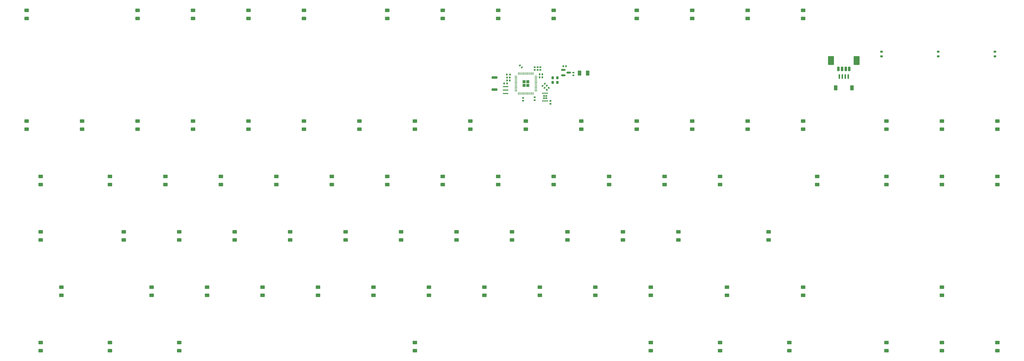
<source format=gbr>
%TF.GenerationSoftware,KiCad,Pcbnew,8.0.4*%
%TF.CreationDate,2024-08-25T19:59:21+07:00*%
%TF.ProjectId,NCR80 ALPS SKFL,4e435238-3020-4414-9c50-5320534b464c,rev?*%
%TF.SameCoordinates,Original*%
%TF.FileFunction,Paste,Bot*%
%TF.FilePolarity,Positive*%
%FSLAX46Y46*%
G04 Gerber Fmt 4.6, Leading zero omitted, Abs format (unit mm)*
G04 Created by KiCad (PCBNEW 8.0.4) date 2024-08-25 19:59:21*
%MOMM*%
%LPD*%
G01*
G04 APERTURE LIST*
G04 Aperture macros list*
%AMRoundRect*
0 Rectangle with rounded corners*
0 $1 Rounding radius*
0 $2 $3 $4 $5 $6 $7 $8 $9 X,Y pos of 4 corners*
0 Add a 4 corners polygon primitive as box body*
4,1,4,$2,$3,$4,$5,$6,$7,$8,$9,$2,$3,0*
0 Add four circle primitives for the rounded corners*
1,1,$1+$1,$2,$3*
1,1,$1+$1,$4,$5*
1,1,$1+$1,$6,$7*
1,1,$1+$1,$8,$9*
0 Add four rect primitives between the rounded corners*
20,1,$1+$1,$2,$3,$4,$5,0*
20,1,$1+$1,$4,$5,$6,$7,0*
20,1,$1+$1,$6,$7,$8,$9,0*
20,1,$1+$1,$8,$9,$2,$3,0*%
G04 Aperture macros list end*
%ADD10RoundRect,0.140000X0.140000X0.170000X-0.140000X0.170000X-0.140000X-0.170000X0.140000X-0.170000X0*%
%ADD11RoundRect,0.240000X-0.560000X0.360000X-0.560000X-0.360000X0.560000X-0.360000X0.560000X0.360000X0*%
%ADD12R,0.950000X0.800000*%
%ADD13RoundRect,0.140000X-0.219203X-0.021213X-0.021213X-0.219203X0.219203X0.021213X0.021213X0.219203X0*%
%ADD14RoundRect,0.250000X0.292217X-0.292217X0.292217X0.292217X-0.292217X0.292217X-0.292217X-0.292217X0*%
%ADD15RoundRect,0.050000X0.050000X-0.387500X0.050000X0.387500X-0.050000X0.387500X-0.050000X-0.387500X0*%
%ADD16RoundRect,0.050000X0.387500X-0.050000X0.387500X0.050000X-0.387500X0.050000X-0.387500X-0.050000X0*%
%ADD17RoundRect,0.250000X0.375000X0.625000X-0.375000X0.625000X-0.375000X-0.625000X0.375000X-0.625000X0*%
%ADD18RoundRect,0.200000X0.800000X-0.200000X0.800000X0.200000X-0.800000X0.200000X-0.800000X-0.200000X0*%
%ADD19RoundRect,0.140000X0.170000X-0.140000X0.170000X0.140000X-0.170000X0.140000X-0.170000X-0.140000X0*%
%ADD20RoundRect,0.140000X0.219203X0.021213X0.021213X0.219203X-0.219203X-0.021213X-0.021213X-0.219203X0*%
%ADD21RoundRect,0.200000X-0.200000X-0.600000X0.200000X-0.600000X0.200000X0.600000X-0.200000X0.600000X0*%
%ADD22RoundRect,0.250001X-0.799999X-1.249999X0.799999X-1.249999X0.799999X1.249999X-0.799999X1.249999X0*%
%ADD23RoundRect,0.140000X0.180000X-0.140000X0.180000X0.140000X-0.180000X0.140000X-0.180000X-0.140000X0*%
%ADD24RoundRect,0.087500X0.087500X-0.175000X0.087500X0.175000X-0.087500X0.175000X-0.087500X-0.175000X0*%
%ADD25RoundRect,0.140000X-0.170000X0.140000X-0.170000X-0.140000X0.170000X-0.140000X0.170000X0.140000X0*%
%ADD26RoundRect,0.150000X-0.587500X-0.150000X0.587500X-0.150000X0.587500X0.150000X-0.587500X0.150000X0*%
%ADD27RoundRect,0.135000X0.185000X-0.135000X0.185000X0.135000X-0.185000X0.135000X-0.185000X-0.135000X0*%
%ADD28RoundRect,0.140000X-0.140000X-0.170000X0.140000X-0.170000X0.140000X0.170000X-0.140000X0.170000X0*%
%ADD29RoundRect,0.135000X-0.135000X-0.185000X0.135000X-0.185000X0.135000X0.185000X-0.135000X0.185000X0*%
%ADD30RoundRect,0.200000X0.200000X0.275000X-0.200000X0.275000X-0.200000X-0.275000X0.200000X-0.275000X0*%
%ADD31R,1.200000X1.800000*%
%ADD32R,0.600000X1.550000*%
%ADD33R,1.900000X0.400000*%
%ADD34RoundRect,0.140000X-0.021213X0.219203X-0.219203X0.021213X0.021213X-0.219203X0.219203X-0.021213X0*%
G04 APERTURE END LIST*
D10*
%TO.C,C13*%
X184980000Y-37000000D03*
X184020000Y-37000000D03*
%TD*%
D11*
%TO.C,D25*%
X114300000Y-50987500D03*
X114300000Y-53787500D03*
%TD*%
D12*
%TO.C,R2*%
X332103001Y-27090552D03*
X332103001Y-28740552D03*
%TD*%
D11*
%TO.C,D11*%
X180975000Y-12887500D03*
X180975000Y-15687500D03*
%TD*%
%TO.C,D90*%
X314325000Y-127187500D03*
X314325000Y-129987500D03*
%TD*%
%TO.C,D84*%
X47625000Y-127187500D03*
X47625000Y-129987500D03*
%TD*%
%TO.C,D89*%
X280987500Y-127187500D03*
X280987500Y-129987500D03*
%TD*%
D13*
%TO.C,C7*%
X196960589Y-38160589D03*
X197639411Y-38839411D03*
%TD*%
D11*
%TO.C,D52*%
X147637500Y-89087500D03*
X147637500Y-91887500D03*
%TD*%
%TO.C,D49*%
X23812500Y-89087500D03*
X23812500Y-91887500D03*
%TD*%
%TO.C,D13*%
X266700000Y-12887500D03*
X266700000Y-15687500D03*
%TD*%
%TO.C,D19*%
X171450000Y-50987500D03*
X171450000Y-53787500D03*
%TD*%
%TO.C,D34*%
X104775000Y-70037500D03*
X104775000Y-72837500D03*
%TD*%
D14*
%TO.C,U2*%
X189862500Y-38737500D03*
X191137500Y-38737500D03*
X189862500Y-37462500D03*
X191137500Y-37462500D03*
D15*
X193100000Y-41537500D03*
X192700000Y-41537500D03*
X192300000Y-41537500D03*
X191900000Y-41537500D03*
X191500000Y-41537500D03*
X191100000Y-41537500D03*
X190700000Y-41537500D03*
X190300000Y-41537500D03*
X189900000Y-41537500D03*
X189500000Y-41537500D03*
X189100000Y-41537500D03*
X188700000Y-41537500D03*
X188300000Y-41537500D03*
X187900000Y-41537500D03*
D16*
X187062500Y-40700000D03*
X187062500Y-40300000D03*
X187062500Y-39900000D03*
X187062500Y-39500000D03*
X187062500Y-39100000D03*
X187062500Y-38700000D03*
X187062500Y-38300000D03*
X187062500Y-37900000D03*
X187062500Y-37500000D03*
X187062500Y-37100000D03*
X187062500Y-36700000D03*
X187062500Y-36300000D03*
X187062500Y-35900000D03*
X187062500Y-35500000D03*
D15*
X187900000Y-34662500D03*
X188300000Y-34662500D03*
X188700000Y-34662500D03*
X189100000Y-34662500D03*
X189500000Y-34662500D03*
X189900000Y-34662500D03*
X190300000Y-34662500D03*
X190700000Y-34662500D03*
X191100000Y-34662500D03*
X191500000Y-34662500D03*
X191900000Y-34662500D03*
X192300000Y-34662500D03*
X192700000Y-34662500D03*
X193100000Y-34662500D03*
D16*
X193937500Y-35500000D03*
X193937500Y-35900000D03*
X193937500Y-36300000D03*
X193937500Y-36700000D03*
X193937500Y-37100000D03*
X193937500Y-37500000D03*
X193937500Y-37900000D03*
X193937500Y-38300000D03*
X193937500Y-38700000D03*
X193937500Y-39100000D03*
X193937500Y-39500000D03*
X193937500Y-39900000D03*
X193937500Y-40300000D03*
X193937500Y-40700000D03*
%TD*%
D11*
%TO.C,D15*%
X19050000Y-50987500D03*
X19050000Y-53787500D03*
%TD*%
%TO.C,D3*%
X114300000Y-12887500D03*
X114300000Y-15687500D03*
%TD*%
%TO.C,D7*%
X285750000Y-12887500D03*
X285750000Y-15687500D03*
%TD*%
%TO.C,D59*%
X166687500Y-89087500D03*
X166687500Y-91887500D03*
%TD*%
D17*
%TO.C,F1*%
X211700000Y-34500000D03*
X208900000Y-34500000D03*
%TD*%
D11*
%TO.C,D80*%
X152400000Y-127187500D03*
X152400000Y-129987500D03*
%TD*%
%TO.C,D6*%
X247650000Y-12887500D03*
X247650000Y-15687500D03*
%TD*%
%TO.C,D26*%
X152400000Y-50987500D03*
X152400000Y-53787500D03*
%TD*%
%TO.C,D16*%
X57150000Y-50987500D03*
X57150000Y-53787500D03*
%TD*%
%TO.C,D27*%
X190500000Y-50987500D03*
X190500000Y-53787500D03*
%TD*%
%TO.C,D17*%
X95250000Y-50987500D03*
X95250000Y-53787500D03*
%TD*%
D18*
%TO.C,SW2*%
X179700000Y-40200000D03*
X179700000Y-36000000D03*
%TD*%
D11*
%TO.C,D12*%
X228600000Y-12887500D03*
X228600000Y-15687500D03*
%TD*%
%TO.C,D66*%
X138112500Y-108137500D03*
X138112500Y-110937500D03*
%TD*%
%TO.C,D35*%
X142875000Y-70037500D03*
X142875000Y-72837500D03*
%TD*%
D19*
%TO.C,C5*%
X195500000Y-33380000D03*
X195500000Y-32420000D03*
%TD*%
D20*
%TO.C,C11*%
X189139411Y-32539411D03*
X188460589Y-31860589D03*
%TD*%
D11*
%TO.C,D78*%
X23812500Y-127187500D03*
X23812500Y-129987500D03*
%TD*%
%TO.C,D51*%
X109537500Y-89087500D03*
X109537500Y-91887500D03*
%TD*%
%TO.C,D57*%
X90487500Y-89087500D03*
X90487500Y-91887500D03*
%TD*%
%TO.C,D21*%
X247650000Y-50987500D03*
X247650000Y-53787500D03*
%TD*%
%TO.C,D9*%
X95250000Y-12887500D03*
X95250000Y-15687500D03*
%TD*%
%TO.C,D50*%
X71437500Y-89087500D03*
X71437500Y-91887500D03*
%TD*%
D21*
%TO.C,J3*%
X297829001Y-33087802D03*
X299079001Y-33087802D03*
X300329001Y-33087802D03*
X301579001Y-33087802D03*
D22*
X295279001Y-30187802D03*
X304129001Y-30187802D03*
%TD*%
D23*
%TO.C,U1*%
X196700000Y-43081250D03*
X197500000Y-43081250D03*
X196700000Y-42381250D03*
X197500000Y-42381250D03*
D24*
X197850000Y-44018750D03*
X197350000Y-44018750D03*
X196850000Y-44018750D03*
X196350000Y-44018750D03*
X196350000Y-41443750D03*
X196850000Y-41443750D03*
X197350000Y-41443750D03*
X197850000Y-41443750D03*
%TD*%
D11*
%TO.C,D30*%
X314325000Y-50987500D03*
X314325000Y-53787500D03*
%TD*%
%TO.C,D36*%
X180975000Y-70037500D03*
X180975000Y-72837500D03*
%TD*%
%TO.C,D1*%
X19050000Y-12887500D03*
X19050000Y-15687500D03*
%TD*%
%TO.C,D2*%
X76200000Y-12887500D03*
X76200000Y-15687500D03*
%TD*%
D25*
%TO.C,C10*%
X193500000Y-42820000D03*
X193500000Y-43780000D03*
%TD*%
D13*
%TO.C,C3*%
X196260589Y-38860589D03*
X196939411Y-39539411D03*
%TD*%
D26*
%TO.C,U3*%
X203362500Y-35250000D03*
X203362500Y-33350000D03*
X205237500Y-34300000D03*
%TD*%
D11*
%TO.C,D29*%
X285750000Y-50987500D03*
X285750000Y-53787500D03*
%TD*%
%TO.C,D46*%
X290512500Y-70037500D03*
X290512500Y-72837500D03*
%TD*%
%TO.C,D22*%
X333375000Y-50987500D03*
X333375000Y-53787500D03*
%TD*%
%TO.C,D58*%
X128587500Y-89087500D03*
X128587500Y-91887500D03*
%TD*%
D19*
%TO.C,C9*%
X193500000Y-33380000D03*
X193500000Y-32420000D03*
%TD*%
D11*
%TO.C,D62*%
X273843750Y-89087500D03*
X273843750Y-91887500D03*
%TD*%
%TO.C,D43*%
X161925000Y-70037500D03*
X161925000Y-72837500D03*
%TD*%
%TO.C,D56*%
X52387500Y-89087500D03*
X52387500Y-91887500D03*
%TD*%
%TO.C,D47*%
X314325000Y-70037500D03*
X314325000Y-72837500D03*
%TD*%
D25*
%TO.C,C12*%
X189500000Y-43020000D03*
X189500000Y-43980000D03*
%TD*%
D11*
%TO.C,D63*%
X30956250Y-108137500D03*
X30956250Y-110937500D03*
%TD*%
D27*
%TO.C,R4*%
X198900000Y-45041250D03*
X198900000Y-44021250D03*
%TD*%
D11*
%TO.C,D44*%
X200025000Y-70037500D03*
X200025000Y-72837500D03*
%TD*%
D10*
%TO.C,C4*%
X184980000Y-36000000D03*
X184020000Y-36000000D03*
%TD*%
D11*
%TO.C,D68*%
X214312500Y-108137500D03*
X214312500Y-110937500D03*
%TD*%
%TO.C,D18*%
X133350000Y-50987500D03*
X133350000Y-53787500D03*
%TD*%
%TO.C,D79*%
X71437500Y-127187500D03*
X71437500Y-129987500D03*
%TD*%
%TO.C,D69*%
X259556250Y-108137500D03*
X259556250Y-110937500D03*
%TD*%
%TO.C,D70*%
X333375000Y-108137500D03*
X333375000Y-110937500D03*
%TD*%
%TO.C,D32*%
X23812500Y-70037500D03*
X23812500Y-72837500D03*
%TD*%
%TO.C,D54*%
X223837500Y-89087500D03*
X223837500Y-91887500D03*
%TD*%
%TO.C,D82*%
X257175000Y-127187500D03*
X257175000Y-129987500D03*
%TD*%
%TO.C,D61*%
X242887500Y-89087500D03*
X242887500Y-91887500D03*
%TD*%
%TO.C,D53*%
X185737500Y-89087500D03*
X185737500Y-91887500D03*
%TD*%
%TO.C,D45*%
X238125000Y-70037500D03*
X238125000Y-72837500D03*
%TD*%
%TO.C,D37*%
X219075000Y-70037500D03*
X219075000Y-72837500D03*
%TD*%
%TO.C,D39*%
X333375000Y-70037500D03*
X333375000Y-72837500D03*
%TD*%
D28*
%TO.C,C6*%
X195220000Y-34900000D03*
X196180000Y-34900000D03*
%TD*%
D11*
%TO.C,D83*%
X333375000Y-127187500D03*
X333375000Y-129987500D03*
%TD*%
%TO.C,D77*%
X285750000Y-108137500D03*
X285750000Y-110937500D03*
%TD*%
%TO.C,D72*%
X80962500Y-108137500D03*
X80962500Y-110937500D03*
%TD*%
D12*
%TO.C,R3*%
X351601001Y-27090552D03*
X351601001Y-28740552D03*
%TD*%
D19*
%TO.C,C8*%
X194500000Y-33380000D03*
X194500000Y-32420000D03*
%TD*%
D10*
%TO.C,C15*%
X204280000Y-32100000D03*
X203320000Y-32100000D03*
%TD*%
D11*
%TO.C,D14*%
X266700000Y-50987500D03*
X266700000Y-53787500D03*
%TD*%
D12*
%TO.C,R1*%
X312612001Y-27090552D03*
X312612001Y-28740552D03*
%TD*%
D11*
%TO.C,D67*%
X176212500Y-108137500D03*
X176212500Y-110937500D03*
%TD*%
%TO.C,D23*%
X38100000Y-50987500D03*
X38100000Y-53787500D03*
%TD*%
D19*
%TO.C,C14*%
X206800000Y-35280000D03*
X206800000Y-34320000D03*
%TD*%
D29*
%TO.C,R9*%
X182990000Y-38000000D03*
X184010000Y-38000000D03*
%TD*%
D11*
%TO.C,D24*%
X76200000Y-50987500D03*
X76200000Y-53787500D03*
%TD*%
%TO.C,D31*%
X352425000Y-50987500D03*
X352425000Y-53787500D03*
%TD*%
%TO.C,D10*%
X142875000Y-12887500D03*
X142875000Y-15687500D03*
%TD*%
%TO.C,D5*%
X200025000Y-12887500D03*
X200025000Y-15687500D03*
%TD*%
%TO.C,D65*%
X100012500Y-108137500D03*
X100012500Y-110937500D03*
%TD*%
D28*
%TO.C,C2*%
X195220000Y-35900000D03*
X196180000Y-35900000D03*
%TD*%
D11*
%TO.C,D20*%
X209550000Y-50987500D03*
X209550000Y-53787500D03*
%TD*%
%TO.C,D91*%
X352425000Y-127187500D03*
X352425000Y-129987500D03*
%TD*%
%TO.C,D73*%
X119062500Y-108137500D03*
X119062500Y-110937500D03*
%TD*%
%TO.C,D33*%
X66675000Y-70037500D03*
X66675000Y-72837500D03*
%TD*%
D29*
%TO.C,R5*%
X183990000Y-35000000D03*
X185010000Y-35000000D03*
%TD*%
D11*
%TO.C,D75*%
X195262500Y-108137500D03*
X195262500Y-110937500D03*
%TD*%
%TO.C,D88*%
X233362500Y-127187500D03*
X233362500Y-129987500D03*
%TD*%
D30*
%TO.C,R6*%
X201325000Y-37700000D03*
X199675000Y-37700000D03*
%TD*%
D31*
%TO.C,J1*%
X302504001Y-39581250D03*
X296904001Y-39581250D03*
D32*
X301204001Y-35706250D03*
X300204001Y-35706250D03*
X299204001Y-35706250D03*
X298204001Y-35706250D03*
%TD*%
D11*
%TO.C,D64*%
X61912500Y-108137500D03*
X61912500Y-110937500D03*
%TD*%
%TO.C,D4*%
X161925000Y-12887500D03*
X161925000Y-15687500D03*
%TD*%
%TO.C,D48*%
X352425000Y-70037500D03*
X352425000Y-72837500D03*
%TD*%
%TO.C,D60*%
X204787500Y-89087500D03*
X204787500Y-91887500D03*
%TD*%
%TO.C,D42*%
X123825000Y-70037500D03*
X123825000Y-72837500D03*
%TD*%
D30*
%TO.C,R7*%
X201325000Y-36100000D03*
X199675000Y-36100000D03*
%TD*%
D11*
%TO.C,D40*%
X47625000Y-70037500D03*
X47625000Y-72837500D03*
%TD*%
%TO.C,D38*%
X257175000Y-70037500D03*
X257175000Y-72837500D03*
%TD*%
D33*
%TO.C,Y1*%
X183500000Y-41500000D03*
X183500000Y-40300000D03*
X183500000Y-39100000D03*
%TD*%
D11*
%TO.C,D74*%
X157162500Y-108137500D03*
X157162500Y-110937500D03*
%TD*%
%TO.C,D76*%
X233362500Y-108137500D03*
X233362500Y-110937500D03*
%TD*%
%TO.C,D28*%
X228600000Y-50987500D03*
X228600000Y-53787500D03*
%TD*%
%TO.C,D8*%
X57150000Y-12887500D03*
X57150000Y-15687500D03*
%TD*%
%TO.C,D41*%
X85725000Y-70037500D03*
X85725000Y-72837500D03*
%TD*%
D34*
%TO.C,C1*%
X198339411Y-39560589D03*
X197660589Y-40239411D03*
%TD*%
M02*

</source>
